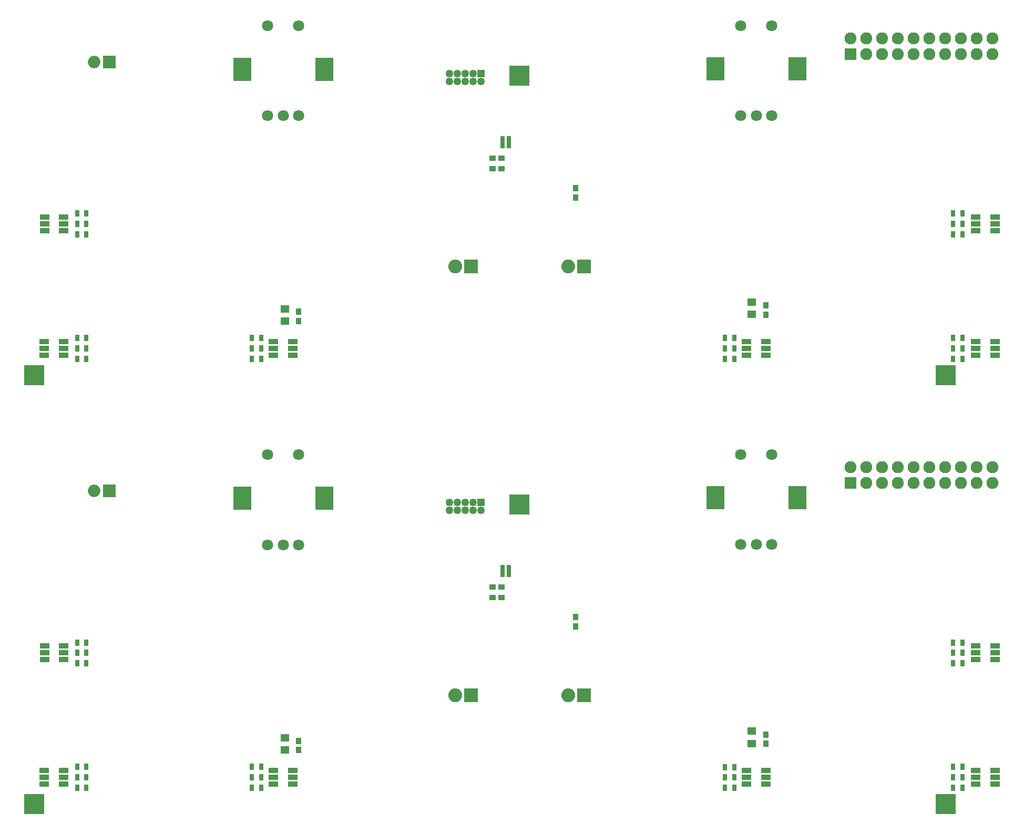
<source format=gbr>
G04 #@! TF.FileFunction,Soldermask,Bot*
%FSLAX46Y46*%
G04 Gerber Fmt 4.6, Leading zero omitted, Abs format (unit mm)*
G04 Created by KiCad (PCBNEW no-vcs-found-product) date Fri 08 Jan 2016 07:05:00 PM BRST*
%MOMM*%
G01*
G04 APERTURE LIST*
%ADD10C,0.100000*%
%ADD11O,2.003200X2.003200*%
%ADD12R,2.003200X2.003200*%
%ADD13C,1.203200*%
%ADD14R,3.203200X3.203200*%
%ADD15R,0.703200X0.523200*%
%ADD16R,1.930400X1.930400*%
%ADD17O,1.930400X1.930400*%
%ADD18R,2.235200X2.235200*%
%ADD19O,2.235200X2.235200*%
%ADD20R,0.703200X1.103200*%
%ADD21R,1.253200X1.253200*%
%ADD22C,1.253200*%
%ADD23C,1.803200*%
%ADD24R,3.003200X3.803200*%
%ADD25R,1.503200X0.903200*%
%ADD26R,1.003200X0.953200*%
%ADD27R,0.953200X1.003200*%
%ADD28R,1.453200X1.203200*%
G04 APERTURE END LIST*
D10*
D11*
X29154234Y-89875506D03*
D12*
X31654234Y-89875506D03*
D13*
X166322494Y-140319906D03*
D14*
X166322494Y-140319906D03*
D13*
X97691694Y-92034506D03*
D14*
X97691694Y-92034506D03*
D13*
X19535894Y-140319906D03*
D14*
X19535894Y-140319906D03*
D15*
X95945094Y-101998406D03*
X95945094Y-102998406D03*
X95945094Y-102498406D03*
X95945094Y-103498406D03*
X94945094Y-102498406D03*
X94945094Y-101998406D03*
X94945094Y-102998406D03*
X94945094Y-103498406D03*
D16*
X151025094Y-88587906D03*
D17*
X151025094Y-86047906D03*
X153565094Y-88587906D03*
X153565094Y-86047906D03*
X156105094Y-88587906D03*
X156105094Y-86047906D03*
X158645094Y-88587906D03*
X158645094Y-86047906D03*
X161185094Y-88587906D03*
X161185094Y-86047906D03*
X163725094Y-88587906D03*
X163725094Y-86047906D03*
X166265094Y-88587906D03*
X166265094Y-86047906D03*
X168805094Y-88587906D03*
X168805094Y-86047906D03*
X171345094Y-88587906D03*
X171345094Y-86047906D03*
X173885094Y-88587906D03*
X173885094Y-86047906D03*
D18*
X89874594Y-122750906D03*
D19*
X87334594Y-122750906D03*
D18*
X108035594Y-122750906D03*
D19*
X105495594Y-122750906D03*
D20*
X26419194Y-137660706D03*
X27919194Y-137660706D03*
X26419194Y-135984306D03*
X27919194Y-135984306D03*
X26419194Y-134307906D03*
X27919194Y-134307906D03*
X26419194Y-117620106D03*
X27919194Y-117620106D03*
X26419194Y-115943706D03*
X27919194Y-115943706D03*
X26419194Y-114267306D03*
X27919194Y-114267306D03*
X168990794Y-134307906D03*
X167490794Y-134307906D03*
X56075094Y-134307906D03*
X54575094Y-134307906D03*
X168990794Y-135984306D03*
X167490794Y-135984306D03*
X56075094Y-136009706D03*
X54575094Y-136009706D03*
X168990794Y-137660706D03*
X167490794Y-137660706D03*
X56075094Y-137711506D03*
X54575094Y-137711506D03*
X168990794Y-114267306D03*
X167490794Y-114267306D03*
X132300494Y-134333306D03*
X130800494Y-134333306D03*
X168990794Y-115943706D03*
X167490794Y-115943706D03*
X132300494Y-136009706D03*
X130800494Y-136009706D03*
X168990794Y-117620106D03*
X167490794Y-117620106D03*
X132300494Y-137711506D03*
X130800494Y-137711506D03*
D21*
X91456594Y-91699406D03*
D22*
X90186594Y-91699406D03*
X88916594Y-91699406D03*
X87646594Y-91699406D03*
X86376594Y-91699406D03*
X90186594Y-92969406D03*
X88916594Y-92969406D03*
X87646594Y-92969406D03*
X86376594Y-92969406D03*
X91456594Y-92969406D03*
D23*
X57106894Y-98519306D03*
X57106894Y-84019306D03*
X62106894Y-98519306D03*
X62106894Y-84019306D03*
X59606894Y-98519306D03*
D24*
X53006894Y-91019306D03*
X66206894Y-91019306D03*
D23*
X133332294Y-98468506D03*
X133332294Y-83968506D03*
X138332294Y-98468506D03*
X138332294Y-83968506D03*
X135832294Y-98468506D03*
D24*
X129232294Y-90968506D03*
X142432294Y-90968506D03*
D25*
X24248794Y-134897006D03*
X24248794Y-135997006D03*
X24248794Y-137097006D03*
X21148794Y-137097006D03*
X21148794Y-135997006D03*
X21148794Y-134897006D03*
X24261494Y-114843706D03*
X24261494Y-115943706D03*
X24261494Y-117043706D03*
X21161494Y-117043706D03*
X21161494Y-115943706D03*
X21161494Y-114843706D03*
X174248494Y-134897006D03*
X174248494Y-135997006D03*
X174248494Y-137097006D03*
X171148494Y-137097006D03*
X171148494Y-135997006D03*
X171148494Y-134897006D03*
X58042294Y-137109706D03*
X58042294Y-136009706D03*
X58042294Y-134909706D03*
X61142294Y-134909706D03*
X61142294Y-136009706D03*
X61142294Y-137109706D03*
X174248494Y-114843706D03*
X174248494Y-115943706D03*
X174248494Y-117043706D03*
X171148494Y-117043706D03*
X171148494Y-115943706D03*
X171148494Y-114843706D03*
X134254994Y-137109706D03*
X134254994Y-136009706D03*
X134254994Y-134909706D03*
X137354994Y-134909706D03*
X137354994Y-136009706D03*
X137354994Y-137109706D03*
D26*
X93310094Y-107002906D03*
X94810094Y-107002906D03*
X93310094Y-105351906D03*
X94810094Y-105351906D03*
D27*
X106696594Y-111689906D03*
X106696594Y-110189906D03*
D28*
X59864194Y-129595506D03*
X59864194Y-131595506D03*
D27*
X62086694Y-130099506D03*
X62086694Y-131599506D03*
D28*
X135111694Y-128516006D03*
X135111694Y-130516006D03*
D27*
X137334194Y-129083506D03*
X137334194Y-130583506D03*
X137334194Y-59984902D03*
X137334194Y-61484902D03*
D28*
X135111694Y-59417402D03*
X135111694Y-61417402D03*
D27*
X62086694Y-61000902D03*
X62086694Y-62500902D03*
D28*
X59864194Y-60496902D03*
X59864194Y-62496902D03*
D27*
X106696594Y-42591302D03*
X106696594Y-41091302D03*
D26*
X93310094Y-36253302D03*
X94810094Y-36253302D03*
X93310094Y-37904302D03*
X94810094Y-37904302D03*
D25*
X134254994Y-68011102D03*
X134254994Y-66911102D03*
X134254994Y-65811102D03*
X137354994Y-65811102D03*
X137354994Y-66911102D03*
X137354994Y-68011102D03*
X174248494Y-45745102D03*
X174248494Y-46845102D03*
X174248494Y-47945102D03*
X171148494Y-47945102D03*
X171148494Y-46845102D03*
X171148494Y-45745102D03*
X58042294Y-68011102D03*
X58042294Y-66911102D03*
X58042294Y-65811102D03*
X61142294Y-65811102D03*
X61142294Y-66911102D03*
X61142294Y-68011102D03*
X174248494Y-65798402D03*
X174248494Y-66898402D03*
X174248494Y-67998402D03*
X171148494Y-67998402D03*
X171148494Y-66898402D03*
X171148494Y-65798402D03*
X24261494Y-45745102D03*
X24261494Y-46845102D03*
X24261494Y-47945102D03*
X21161494Y-47945102D03*
X21161494Y-46845102D03*
X21161494Y-45745102D03*
X24248794Y-65798402D03*
X24248794Y-66898402D03*
X24248794Y-67998402D03*
X21148794Y-67998402D03*
X21148794Y-66898402D03*
X21148794Y-65798402D03*
D23*
X133332294Y-29369902D03*
X133332294Y-14869902D03*
X138332294Y-29369902D03*
X138332294Y-14869902D03*
X135832294Y-29369902D03*
D24*
X129232294Y-21869902D03*
X142432294Y-21869902D03*
D23*
X57106894Y-29420702D03*
X57106894Y-14920702D03*
X62106894Y-29420702D03*
X62106894Y-14920702D03*
X59606894Y-29420702D03*
D24*
X53006894Y-21920702D03*
X66206894Y-21920702D03*
D21*
X91456594Y-22600802D03*
D22*
X90186594Y-22600802D03*
X88916594Y-22600802D03*
X87646594Y-22600802D03*
X86376594Y-22600802D03*
X90186594Y-23870802D03*
X88916594Y-23870802D03*
X87646594Y-23870802D03*
X86376594Y-23870802D03*
X91456594Y-23870802D03*
D20*
X132300494Y-68612902D03*
X130800494Y-68612902D03*
X168990794Y-48521502D03*
X167490794Y-48521502D03*
X132300494Y-66911102D03*
X130800494Y-66911102D03*
X168990794Y-46845102D03*
X167490794Y-46845102D03*
X132300494Y-65234702D03*
X130800494Y-65234702D03*
X168990794Y-45168702D03*
X167490794Y-45168702D03*
X56075094Y-68612902D03*
X54575094Y-68612902D03*
X168990794Y-68562102D03*
X167490794Y-68562102D03*
X56075094Y-66911102D03*
X54575094Y-66911102D03*
X168990794Y-66885702D03*
X167490794Y-66885702D03*
X56075094Y-65209302D03*
X54575094Y-65209302D03*
X168990794Y-65209302D03*
X167490794Y-65209302D03*
X26419194Y-45168702D03*
X27919194Y-45168702D03*
X26419194Y-46845102D03*
X27919194Y-46845102D03*
X26419194Y-48521502D03*
X27919194Y-48521502D03*
X26419194Y-65209302D03*
X27919194Y-65209302D03*
X26419194Y-66885702D03*
X27919194Y-66885702D03*
X26419194Y-68562102D03*
X27919194Y-68562102D03*
D18*
X108035594Y-53652302D03*
D19*
X105495594Y-53652302D03*
D18*
X89874594Y-53652302D03*
D19*
X87334594Y-53652302D03*
D16*
X151025094Y-19489302D03*
D17*
X151025094Y-16949302D03*
X153565094Y-19489302D03*
X153565094Y-16949302D03*
X156105094Y-19489302D03*
X156105094Y-16949302D03*
X158645094Y-19489302D03*
X158645094Y-16949302D03*
X161185094Y-19489302D03*
X161185094Y-16949302D03*
X163725094Y-19489302D03*
X163725094Y-16949302D03*
X166265094Y-19489302D03*
X166265094Y-16949302D03*
X168805094Y-19489302D03*
X168805094Y-16949302D03*
X171345094Y-19489302D03*
X171345094Y-16949302D03*
X173885094Y-19489302D03*
X173885094Y-16949302D03*
D15*
X95945094Y-32899802D03*
X95945094Y-33899802D03*
X95945094Y-33399802D03*
X95945094Y-34399802D03*
X94945094Y-33399802D03*
X94945094Y-32899802D03*
X94945094Y-33899802D03*
X94945094Y-34399802D03*
D13*
X19535894Y-71221302D03*
D14*
X19535894Y-71221302D03*
D13*
X97691694Y-22935902D03*
D14*
X97691694Y-22935902D03*
D13*
X166322494Y-71221302D03*
D14*
X166322494Y-71221302D03*
D11*
X29154234Y-20776902D03*
D12*
X31654234Y-20776902D03*
M02*

</source>
